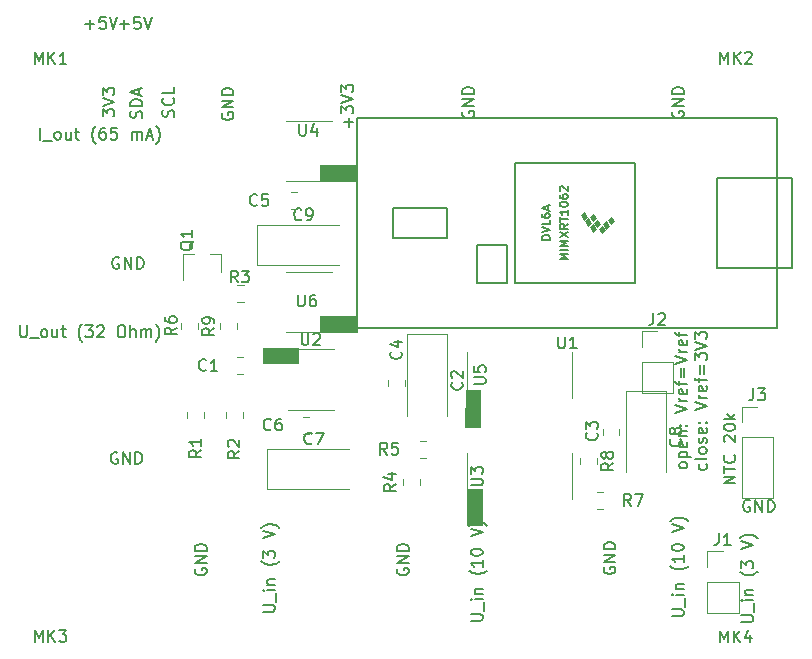
<source format=gto>
G04 #@! TF.GenerationSoftware,KiCad,Pcbnew,(5.1.4)-1*
G04 #@! TF.CreationDate,2022-07-05T11:37:49+02:00*
G04 #@! TF.ProjectId,InterferometerControl,496e7465-7266-4657-926f-6d6574657243,rev?*
G04 #@! TF.SameCoordinates,Original*
G04 #@! TF.FileFunction,Legend,Top*
G04 #@! TF.FilePolarity,Positive*
%FSLAX46Y46*%
G04 Gerber Fmt 4.6, Leading zero omitted, Abs format (unit mm)*
G04 Created by KiCad (PCBNEW (5.1.4)-1) date 2022-07-05 11:37:49*
%MOMM*%
%LPD*%
G04 APERTURE LIST*
%ADD10C,0.150000*%
%ADD11C,0.100000*%
%ADD12C,0.120000*%
G04 APERTURE END LIST*
D10*
X261465720Y-133590601D02*
X260465720Y-133590601D01*
X261465720Y-133019173D01*
X260465720Y-133019173D01*
X260465720Y-132685840D02*
X260465720Y-132114411D01*
X261465720Y-132400125D02*
X260465720Y-132400125D01*
X261370482Y-131209649D02*
X261418101Y-131257268D01*
X261465720Y-131400125D01*
X261465720Y-131495363D01*
X261418101Y-131638220D01*
X261322863Y-131733459D01*
X261227625Y-131781078D01*
X261037149Y-131828697D01*
X260894292Y-131828697D01*
X260703816Y-131781078D01*
X260608578Y-131733459D01*
X260513340Y-131638220D01*
X260465720Y-131495363D01*
X260465720Y-131400125D01*
X260513340Y-131257268D01*
X260560959Y-131209649D01*
X260560959Y-130066792D02*
X260513340Y-130019173D01*
X260465720Y-129923935D01*
X260465720Y-129685840D01*
X260513340Y-129590601D01*
X260560959Y-129542982D01*
X260656197Y-129495363D01*
X260751435Y-129495363D01*
X260894292Y-129542982D01*
X261465720Y-130114411D01*
X261465720Y-129495363D01*
X260465720Y-128876316D02*
X260465720Y-128781078D01*
X260513340Y-128685840D01*
X260560959Y-128638220D01*
X260656197Y-128590601D01*
X260846673Y-128542982D01*
X261084768Y-128542982D01*
X261275244Y-128590601D01*
X261370482Y-128638220D01*
X261418101Y-128685840D01*
X261465720Y-128781078D01*
X261465720Y-128876316D01*
X261418101Y-128971554D01*
X261370482Y-129019173D01*
X261275244Y-129066792D01*
X261084768Y-129114411D01*
X260846673Y-129114411D01*
X260656197Y-129066792D01*
X260560959Y-129019173D01*
X260513340Y-128971554D01*
X260465720Y-128876316D01*
X261465720Y-128114411D02*
X260465720Y-128114411D01*
X261084768Y-128019173D02*
X261465720Y-127733459D01*
X260799054Y-127733459D02*
X261180006Y-128114411D01*
X262694915Y-135027080D02*
X262599677Y-134979460D01*
X262456820Y-134979460D01*
X262313962Y-135027080D01*
X262218724Y-135122318D01*
X262171105Y-135217556D01*
X262123486Y-135408032D01*
X262123486Y-135550889D01*
X262171105Y-135741365D01*
X262218724Y-135836603D01*
X262313962Y-135931841D01*
X262456820Y-135979460D01*
X262552058Y-135979460D01*
X262694915Y-135931841D01*
X262742534Y-135884222D01*
X262742534Y-135550889D01*
X262552058Y-135550889D01*
X263171105Y-135979460D02*
X263171105Y-134979460D01*
X263742534Y-135979460D01*
X263742534Y-134979460D01*
X264218724Y-135979460D02*
X264218724Y-134979460D01*
X264456820Y-134979460D01*
X264599677Y-135027080D01*
X264694915Y-135122318D01*
X264742534Y-135217556D01*
X264790153Y-135408032D01*
X264790153Y-135550889D01*
X264742534Y-135741365D01*
X264694915Y-135836603D01*
X264599677Y-135931841D01*
X264456820Y-135979460D01*
X264218724Y-135979460D01*
X207900420Y-102515815D02*
X207900420Y-101896767D01*
X208281373Y-102230100D01*
X208281373Y-102087243D01*
X208328992Y-101992005D01*
X208376611Y-101944386D01*
X208471849Y-101896767D01*
X208709944Y-101896767D01*
X208805182Y-101944386D01*
X208852801Y-101992005D01*
X208900420Y-102087243D01*
X208900420Y-102372958D01*
X208852801Y-102468196D01*
X208805182Y-102515815D01*
X207900420Y-101611053D02*
X208900420Y-101277720D01*
X207900420Y-100944386D01*
X207900420Y-100706291D02*
X207900420Y-100087243D01*
X208281373Y-100420577D01*
X208281373Y-100277720D01*
X208328992Y-100182481D01*
X208376611Y-100134862D01*
X208471849Y-100087243D01*
X208709944Y-100087243D01*
X208805182Y-100134862D01*
X208852801Y-100182481D01*
X208900420Y-100277720D01*
X208900420Y-100563434D01*
X208852801Y-100658672D01*
X208805182Y-100706291D01*
X206433345Y-94707048D02*
X207195250Y-94707048D01*
X206814298Y-95088000D02*
X206814298Y-94326096D01*
X208147631Y-94088000D02*
X207671440Y-94088000D01*
X207623821Y-94564191D01*
X207671440Y-94516572D01*
X207766679Y-94468953D01*
X208004774Y-94468953D01*
X208100012Y-94516572D01*
X208147631Y-94564191D01*
X208195250Y-94659429D01*
X208195250Y-94897524D01*
X208147631Y-94992762D01*
X208100012Y-95040381D01*
X208004774Y-95088000D01*
X207766679Y-95088000D01*
X207671440Y-95040381D01*
X207623821Y-94992762D01*
X208480964Y-94088000D02*
X208814298Y-95088000D01*
X209147631Y-94088000D01*
X209349265Y-94729908D02*
X210111170Y-94729908D01*
X209730218Y-95110860D02*
X209730218Y-94348956D01*
X211063551Y-94110860D02*
X210587360Y-94110860D01*
X210539741Y-94587051D01*
X210587360Y-94539432D01*
X210682599Y-94491813D01*
X210920694Y-94491813D01*
X211015932Y-94539432D01*
X211063551Y-94587051D01*
X211111170Y-94682289D01*
X211111170Y-94920384D01*
X211063551Y-95015622D01*
X211015932Y-95063241D01*
X210920694Y-95110860D01*
X210682599Y-95110860D01*
X210587360Y-95063241D01*
X210539741Y-95015622D01*
X211396884Y-94110860D02*
X211730218Y-95110860D01*
X212063551Y-94110860D01*
X228725168Y-103400304D02*
X228725168Y-102638400D01*
X229106120Y-103019352D02*
X228344216Y-103019352D01*
X228106120Y-102257447D02*
X228106120Y-101638400D01*
X228487073Y-101971733D01*
X228487073Y-101828876D01*
X228534692Y-101733638D01*
X228582311Y-101686019D01*
X228677549Y-101638400D01*
X228915644Y-101638400D01*
X229010882Y-101686019D01*
X229058501Y-101733638D01*
X229106120Y-101828876D01*
X229106120Y-102114590D01*
X229058501Y-102209828D01*
X229010882Y-102257447D01*
X228106120Y-101352685D02*
X229106120Y-101019352D01*
X228106120Y-100686019D01*
X228106120Y-100447923D02*
X228106120Y-99828876D01*
X228487073Y-100162209D01*
X228487073Y-100019352D01*
X228534692Y-99924114D01*
X228582311Y-99876495D01*
X228677549Y-99828876D01*
X228915644Y-99828876D01*
X229010882Y-99876495D01*
X229058501Y-99924114D01*
X229106120Y-100019352D01*
X229106120Y-100305066D01*
X229058501Y-100400304D01*
X229010882Y-100447923D01*
X256159780Y-102120904D02*
X256112160Y-102216142D01*
X256112160Y-102359000D01*
X256159780Y-102501857D01*
X256255018Y-102597095D01*
X256350256Y-102644714D01*
X256540732Y-102692333D01*
X256683589Y-102692333D01*
X256874065Y-102644714D01*
X256969303Y-102597095D01*
X257064541Y-102501857D01*
X257112160Y-102359000D01*
X257112160Y-102263761D01*
X257064541Y-102120904D01*
X257016922Y-102073285D01*
X256683589Y-102073285D01*
X256683589Y-102263761D01*
X257112160Y-101644714D02*
X256112160Y-101644714D01*
X257112160Y-101073285D01*
X256112160Y-101073285D01*
X257112160Y-100597095D02*
X256112160Y-100597095D01*
X256112160Y-100359000D01*
X256159780Y-100216142D01*
X256255018Y-100120904D01*
X256350256Y-100073285D01*
X256540732Y-100025666D01*
X256683589Y-100025666D01*
X256874065Y-100073285D01*
X256969303Y-100120904D01*
X257064541Y-100216142D01*
X257112160Y-100359000D01*
X257112160Y-100597095D01*
X238395020Y-102120904D02*
X238347400Y-102216142D01*
X238347400Y-102359000D01*
X238395020Y-102501857D01*
X238490258Y-102597095D01*
X238585496Y-102644714D01*
X238775972Y-102692333D01*
X238918829Y-102692333D01*
X239109305Y-102644714D01*
X239204543Y-102597095D01*
X239299781Y-102501857D01*
X239347400Y-102359000D01*
X239347400Y-102263761D01*
X239299781Y-102120904D01*
X239252162Y-102073285D01*
X238918829Y-102073285D01*
X238918829Y-102263761D01*
X239347400Y-101644714D02*
X238347400Y-101644714D01*
X239347400Y-101073285D01*
X238347400Y-101073285D01*
X239347400Y-100597095D02*
X238347400Y-100597095D01*
X238347400Y-100359000D01*
X238395020Y-100216142D01*
X238490258Y-100120904D01*
X238585496Y-100073285D01*
X238775972Y-100025666D01*
X238918829Y-100025666D01*
X239109305Y-100073285D01*
X239204543Y-100120904D01*
X239299781Y-100216142D01*
X239347400Y-100359000D01*
X239347400Y-100597095D01*
X218019140Y-102227584D02*
X217971520Y-102322822D01*
X217971520Y-102465680D01*
X218019140Y-102608537D01*
X218114378Y-102703775D01*
X218209616Y-102751394D01*
X218400092Y-102799013D01*
X218542949Y-102799013D01*
X218733425Y-102751394D01*
X218828663Y-102703775D01*
X218923901Y-102608537D01*
X218971520Y-102465680D01*
X218971520Y-102370441D01*
X218923901Y-102227584D01*
X218876282Y-102179965D01*
X218542949Y-102179965D01*
X218542949Y-102370441D01*
X218971520Y-101751394D02*
X217971520Y-101751394D01*
X218971520Y-101179965D01*
X217971520Y-101179965D01*
X218971520Y-100703775D02*
X217971520Y-100703775D01*
X217971520Y-100465680D01*
X218019140Y-100322822D01*
X218114378Y-100227584D01*
X218209616Y-100179965D01*
X218400092Y-100132346D01*
X218542949Y-100132346D01*
X218733425Y-100179965D01*
X218828663Y-100227584D01*
X218923901Y-100322822D01*
X218971520Y-100465680D01*
X218971520Y-100703775D01*
X213899781Y-102541856D02*
X213947400Y-102398999D01*
X213947400Y-102160903D01*
X213899781Y-102065665D01*
X213852162Y-102018046D01*
X213756924Y-101970427D01*
X213661686Y-101970427D01*
X213566448Y-102018046D01*
X213518829Y-102065665D01*
X213471210Y-102160903D01*
X213423591Y-102351380D01*
X213375972Y-102446618D01*
X213328353Y-102494237D01*
X213233115Y-102541856D01*
X213137877Y-102541856D01*
X213042639Y-102494237D01*
X212995020Y-102446618D01*
X212947400Y-102351380D01*
X212947400Y-102113284D01*
X212995020Y-101970427D01*
X213852162Y-100970427D02*
X213899781Y-101018046D01*
X213947400Y-101160903D01*
X213947400Y-101256141D01*
X213899781Y-101398999D01*
X213804543Y-101494237D01*
X213709305Y-101541856D01*
X213518829Y-101589475D01*
X213375972Y-101589475D01*
X213185496Y-101541856D01*
X213090258Y-101494237D01*
X212995020Y-101398999D01*
X212947400Y-101256141D01*
X212947400Y-101160903D01*
X212995020Y-101018046D01*
X213042639Y-100970427D01*
X213947400Y-100065665D02*
X213947400Y-100541856D01*
X212947400Y-100541856D01*
X211192141Y-102639325D02*
X211239760Y-102496468D01*
X211239760Y-102258373D01*
X211192141Y-102163135D01*
X211144522Y-102115516D01*
X211049284Y-102067897D01*
X210954046Y-102067897D01*
X210858808Y-102115516D01*
X210811189Y-102163135D01*
X210763570Y-102258373D01*
X210715951Y-102448849D01*
X210668332Y-102544087D01*
X210620713Y-102591706D01*
X210525475Y-102639325D01*
X210430237Y-102639325D01*
X210334999Y-102591706D01*
X210287380Y-102544087D01*
X210239760Y-102448849D01*
X210239760Y-102210754D01*
X210287380Y-102067897D01*
X211239760Y-101639325D02*
X210239760Y-101639325D01*
X210239760Y-101401230D01*
X210287380Y-101258373D01*
X210382618Y-101163135D01*
X210477856Y-101115516D01*
X210668332Y-101067897D01*
X210811189Y-101067897D01*
X211001665Y-101115516D01*
X211096903Y-101163135D01*
X211192141Y-101258373D01*
X211239760Y-101401230D01*
X211239760Y-101639325D01*
X210954046Y-100686944D02*
X210954046Y-100210754D01*
X211239760Y-100782182D02*
X210239760Y-100448849D01*
X211239760Y-100115516D01*
X250358420Y-140680644D02*
X250310800Y-140775882D01*
X250310800Y-140918740D01*
X250358420Y-141061597D01*
X250453658Y-141156835D01*
X250548896Y-141204454D01*
X250739372Y-141252073D01*
X250882229Y-141252073D01*
X251072705Y-141204454D01*
X251167943Y-141156835D01*
X251263181Y-141061597D01*
X251310800Y-140918740D01*
X251310800Y-140823501D01*
X251263181Y-140680644D01*
X251215562Y-140633025D01*
X250882229Y-140633025D01*
X250882229Y-140823501D01*
X251310800Y-140204454D02*
X250310800Y-140204454D01*
X251310800Y-139633025D01*
X250310800Y-139633025D01*
X251310800Y-139156835D02*
X250310800Y-139156835D01*
X250310800Y-138918740D01*
X250358420Y-138775882D01*
X250453658Y-138680644D01*
X250548896Y-138633025D01*
X250739372Y-138585406D01*
X250882229Y-138585406D01*
X251072705Y-138633025D01*
X251167943Y-138680644D01*
X251263181Y-138775882D01*
X251310800Y-138918740D01*
X251310800Y-139156835D01*
X232857820Y-140810184D02*
X232810200Y-140905422D01*
X232810200Y-141048280D01*
X232857820Y-141191137D01*
X232953058Y-141286375D01*
X233048296Y-141333994D01*
X233238772Y-141381613D01*
X233381629Y-141381613D01*
X233572105Y-141333994D01*
X233667343Y-141286375D01*
X233762581Y-141191137D01*
X233810200Y-141048280D01*
X233810200Y-140953041D01*
X233762581Y-140810184D01*
X233714962Y-140762565D01*
X233381629Y-140762565D01*
X233381629Y-140953041D01*
X233810200Y-140333994D02*
X232810200Y-140333994D01*
X233810200Y-139762565D01*
X232810200Y-139762565D01*
X233810200Y-139286375D02*
X232810200Y-139286375D01*
X232810200Y-139048280D01*
X232857820Y-138905422D01*
X232953058Y-138810184D01*
X233048296Y-138762565D01*
X233238772Y-138714946D01*
X233381629Y-138714946D01*
X233572105Y-138762565D01*
X233667343Y-138810184D01*
X233762581Y-138905422D01*
X233810200Y-139048280D01*
X233810200Y-139286375D01*
X215748380Y-140810184D02*
X215700760Y-140905422D01*
X215700760Y-141048280D01*
X215748380Y-141191137D01*
X215843618Y-141286375D01*
X215938856Y-141333994D01*
X216129332Y-141381613D01*
X216272189Y-141381613D01*
X216462665Y-141333994D01*
X216557903Y-141286375D01*
X216653141Y-141191137D01*
X216700760Y-141048280D01*
X216700760Y-140953041D01*
X216653141Y-140810184D01*
X216605522Y-140762565D01*
X216272189Y-140762565D01*
X216272189Y-140953041D01*
X216700760Y-140333994D02*
X215700760Y-140333994D01*
X216700760Y-139762565D01*
X215700760Y-139762565D01*
X216700760Y-139286375D02*
X215700760Y-139286375D01*
X215700760Y-139048280D01*
X215748380Y-138905422D01*
X215843618Y-138810184D01*
X215938856Y-138762565D01*
X216129332Y-138714946D01*
X216272189Y-138714946D01*
X216462665Y-138762565D01*
X216557903Y-138810184D01*
X216653141Y-138905422D01*
X216700760Y-139048280D01*
X216700760Y-139286375D01*
X209273635Y-114481020D02*
X209178397Y-114433400D01*
X209035540Y-114433400D01*
X208892682Y-114481020D01*
X208797444Y-114576258D01*
X208749825Y-114671496D01*
X208702206Y-114861972D01*
X208702206Y-115004829D01*
X208749825Y-115195305D01*
X208797444Y-115290543D01*
X208892682Y-115385781D01*
X209035540Y-115433400D01*
X209130778Y-115433400D01*
X209273635Y-115385781D01*
X209321254Y-115338162D01*
X209321254Y-115004829D01*
X209130778Y-115004829D01*
X209749825Y-115433400D02*
X209749825Y-114433400D01*
X210321254Y-115433400D01*
X210321254Y-114433400D01*
X210797444Y-115433400D02*
X210797444Y-114433400D01*
X211035540Y-114433400D01*
X211178397Y-114481020D01*
X211273635Y-114576258D01*
X211321254Y-114671496D01*
X211368873Y-114861972D01*
X211368873Y-115004829D01*
X211321254Y-115195305D01*
X211273635Y-115290543D01*
X211178397Y-115385781D01*
X211035540Y-115433400D01*
X210797444Y-115433400D01*
X209151715Y-130983400D02*
X209056477Y-130935780D01*
X208913620Y-130935780D01*
X208770762Y-130983400D01*
X208675524Y-131078638D01*
X208627905Y-131173876D01*
X208580286Y-131364352D01*
X208580286Y-131507209D01*
X208627905Y-131697685D01*
X208675524Y-131792923D01*
X208770762Y-131888161D01*
X208913620Y-131935780D01*
X209008858Y-131935780D01*
X209151715Y-131888161D01*
X209199334Y-131840542D01*
X209199334Y-131507209D01*
X209008858Y-131507209D01*
X209627905Y-131935780D02*
X209627905Y-130935780D01*
X210199334Y-131935780D01*
X210199334Y-130935780D01*
X210675524Y-131935780D02*
X210675524Y-130935780D01*
X210913620Y-130935780D01*
X211056477Y-130983400D01*
X211151715Y-131078638D01*
X211199334Y-131173876D01*
X211246953Y-131364352D01*
X211246953Y-131507209D01*
X211199334Y-131697685D01*
X211151715Y-131792923D01*
X211056477Y-131888161D01*
X210913620Y-131935780D01*
X210675524Y-131935780D01*
X261979560Y-145311016D02*
X262789084Y-145311016D01*
X262884322Y-145263397D01*
X262931941Y-145215778D01*
X262979560Y-145120540D01*
X262979560Y-144930063D01*
X262931941Y-144834825D01*
X262884322Y-144787206D01*
X262789084Y-144739587D01*
X261979560Y-144739587D01*
X263074799Y-144501492D02*
X263074799Y-143739587D01*
X262979560Y-143501492D02*
X262312894Y-143501492D01*
X261979560Y-143501492D02*
X262027180Y-143549111D01*
X262074799Y-143501492D01*
X262027180Y-143453873D01*
X261979560Y-143501492D01*
X262074799Y-143501492D01*
X262312894Y-143025301D02*
X262979560Y-143025301D01*
X262408132Y-143025301D02*
X262360513Y-142977682D01*
X262312894Y-142882444D01*
X262312894Y-142739587D01*
X262360513Y-142644349D01*
X262455751Y-142596730D01*
X262979560Y-142596730D01*
X263360513Y-141072920D02*
X263312894Y-141120540D01*
X263170037Y-141215778D01*
X263074799Y-141263397D01*
X262931941Y-141311016D01*
X262693846Y-141358635D01*
X262503370Y-141358635D01*
X262265275Y-141311016D01*
X262122418Y-141263397D01*
X262027180Y-141215778D01*
X261884322Y-141120540D01*
X261836703Y-141072920D01*
X261979560Y-140787206D02*
X261979560Y-140168159D01*
X262360513Y-140501492D01*
X262360513Y-140358635D01*
X262408132Y-140263397D01*
X262455751Y-140215778D01*
X262550989Y-140168159D01*
X262789084Y-140168159D01*
X262884322Y-140215778D01*
X262931941Y-140263397D01*
X262979560Y-140358635D01*
X262979560Y-140644349D01*
X262931941Y-140739587D01*
X262884322Y-140787206D01*
X261979560Y-139120540D02*
X262979560Y-138787206D01*
X261979560Y-138453873D01*
X263360513Y-138215778D02*
X263312894Y-138168159D01*
X263170037Y-138072920D01*
X263074799Y-138025301D01*
X262931941Y-137977682D01*
X262693846Y-137930063D01*
X262503370Y-137930063D01*
X262265275Y-137977682D01*
X262122418Y-138025301D01*
X262027180Y-138072920D01*
X261884322Y-138168159D01*
X261836703Y-138215778D01*
X221476720Y-144434716D02*
X222286244Y-144434716D01*
X222381482Y-144387097D01*
X222429101Y-144339478D01*
X222476720Y-144244240D01*
X222476720Y-144053763D01*
X222429101Y-143958525D01*
X222381482Y-143910906D01*
X222286244Y-143863287D01*
X221476720Y-143863287D01*
X222571959Y-143625192D02*
X222571959Y-142863287D01*
X222476720Y-142625192D02*
X221810054Y-142625192D01*
X221476720Y-142625192D02*
X221524340Y-142672811D01*
X221571959Y-142625192D01*
X221524340Y-142577573D01*
X221476720Y-142625192D01*
X221571959Y-142625192D01*
X221810054Y-142149001D02*
X222476720Y-142149001D01*
X221905292Y-142149001D02*
X221857673Y-142101382D01*
X221810054Y-142006144D01*
X221810054Y-141863287D01*
X221857673Y-141768049D01*
X221952911Y-141720430D01*
X222476720Y-141720430D01*
X222857673Y-140196620D02*
X222810054Y-140244240D01*
X222667197Y-140339478D01*
X222571959Y-140387097D01*
X222429101Y-140434716D01*
X222191006Y-140482335D01*
X222000530Y-140482335D01*
X221762435Y-140434716D01*
X221619578Y-140387097D01*
X221524340Y-140339478D01*
X221381482Y-140244240D01*
X221333863Y-140196620D01*
X221476720Y-139910906D02*
X221476720Y-139291859D01*
X221857673Y-139625192D01*
X221857673Y-139482335D01*
X221905292Y-139387097D01*
X221952911Y-139339478D01*
X222048149Y-139291859D01*
X222286244Y-139291859D01*
X222381482Y-139339478D01*
X222429101Y-139387097D01*
X222476720Y-139482335D01*
X222476720Y-139768049D01*
X222429101Y-139863287D01*
X222381482Y-139910906D01*
X221476720Y-138244240D02*
X222476720Y-137910906D01*
X221476720Y-137577573D01*
X222857673Y-137339478D02*
X222810054Y-137291859D01*
X222667197Y-137196620D01*
X222571959Y-137149001D01*
X222429101Y-137101382D01*
X222191006Y-137053763D01*
X222000530Y-137053763D01*
X221762435Y-137101382D01*
X221619578Y-137149001D01*
X221524340Y-137196620D01*
X221381482Y-137291859D01*
X221333863Y-137339478D01*
X239063680Y-145215706D02*
X239873204Y-145215706D01*
X239968442Y-145168087D01*
X240016061Y-145120468D01*
X240063680Y-145025230D01*
X240063680Y-144834754D01*
X240016061Y-144739516D01*
X239968442Y-144691897D01*
X239873204Y-144644278D01*
X239063680Y-144644278D01*
X240158919Y-144406182D02*
X240158919Y-143644278D01*
X240063680Y-143406182D02*
X239397014Y-143406182D01*
X239063680Y-143406182D02*
X239111300Y-143453801D01*
X239158919Y-143406182D01*
X239111300Y-143358563D01*
X239063680Y-143406182D01*
X239158919Y-143406182D01*
X239397014Y-142929992D02*
X240063680Y-142929992D01*
X239492252Y-142929992D02*
X239444633Y-142882373D01*
X239397014Y-142787135D01*
X239397014Y-142644278D01*
X239444633Y-142549040D01*
X239539871Y-142501420D01*
X240063680Y-142501420D01*
X240444633Y-140977611D02*
X240397014Y-141025230D01*
X240254157Y-141120468D01*
X240158919Y-141168087D01*
X240016061Y-141215706D01*
X239777966Y-141263325D01*
X239587490Y-141263325D01*
X239349395Y-141215706D01*
X239206538Y-141168087D01*
X239111300Y-141120468D01*
X238968442Y-141025230D01*
X238920823Y-140977611D01*
X240063680Y-140072849D02*
X240063680Y-140644278D01*
X240063680Y-140358563D02*
X239063680Y-140358563D01*
X239206538Y-140453801D01*
X239301776Y-140549040D01*
X239349395Y-140644278D01*
X239063680Y-139453801D02*
X239063680Y-139358563D01*
X239111300Y-139263325D01*
X239158919Y-139215706D01*
X239254157Y-139168087D01*
X239444633Y-139120468D01*
X239682728Y-139120468D01*
X239873204Y-139168087D01*
X239968442Y-139215706D01*
X240016061Y-139263325D01*
X240063680Y-139358563D01*
X240063680Y-139453801D01*
X240016061Y-139549040D01*
X239968442Y-139596659D01*
X239873204Y-139644278D01*
X239682728Y-139691897D01*
X239444633Y-139691897D01*
X239254157Y-139644278D01*
X239158919Y-139596659D01*
X239111300Y-139549040D01*
X239063680Y-139453801D01*
X239063680Y-138072849D02*
X240063680Y-137739516D01*
X239063680Y-137406182D01*
X240444633Y-137168087D02*
X240397014Y-137120468D01*
X240254157Y-137025230D01*
X240158919Y-136977611D01*
X240016061Y-136929992D01*
X239777966Y-136882373D01*
X239587490Y-136882373D01*
X239349395Y-136929992D01*
X239206538Y-136977611D01*
X239111300Y-137025230D01*
X238968442Y-137120468D01*
X238920823Y-137168087D01*
X256086760Y-144824546D02*
X256896284Y-144824546D01*
X256991522Y-144776927D01*
X257039141Y-144729308D01*
X257086760Y-144634070D01*
X257086760Y-144443594D01*
X257039141Y-144348356D01*
X256991522Y-144300737D01*
X256896284Y-144253118D01*
X256086760Y-144253118D01*
X257181999Y-144015022D02*
X257181999Y-143253118D01*
X257086760Y-143015022D02*
X256420094Y-143015022D01*
X256086760Y-143015022D02*
X256134380Y-143062641D01*
X256181999Y-143015022D01*
X256134380Y-142967403D01*
X256086760Y-143015022D01*
X256181999Y-143015022D01*
X256420094Y-142538832D02*
X257086760Y-142538832D01*
X256515332Y-142538832D02*
X256467713Y-142491213D01*
X256420094Y-142395975D01*
X256420094Y-142253118D01*
X256467713Y-142157880D01*
X256562951Y-142110260D01*
X257086760Y-142110260D01*
X257467713Y-140586451D02*
X257420094Y-140634070D01*
X257277237Y-140729308D01*
X257181999Y-140776927D01*
X257039141Y-140824546D01*
X256801046Y-140872165D01*
X256610570Y-140872165D01*
X256372475Y-140824546D01*
X256229618Y-140776927D01*
X256134380Y-140729308D01*
X255991522Y-140634070D01*
X255943903Y-140586451D01*
X257086760Y-139681689D02*
X257086760Y-140253118D01*
X257086760Y-139967403D02*
X256086760Y-139967403D01*
X256229618Y-140062641D01*
X256324856Y-140157880D01*
X256372475Y-140253118D01*
X256086760Y-139062641D02*
X256086760Y-138967403D01*
X256134380Y-138872165D01*
X256181999Y-138824546D01*
X256277237Y-138776927D01*
X256467713Y-138729308D01*
X256705808Y-138729308D01*
X256896284Y-138776927D01*
X256991522Y-138824546D01*
X257039141Y-138872165D01*
X257086760Y-138967403D01*
X257086760Y-139062641D01*
X257039141Y-139157880D01*
X256991522Y-139205499D01*
X256896284Y-139253118D01*
X256705808Y-139300737D01*
X256467713Y-139300737D01*
X256277237Y-139253118D01*
X256181999Y-139205499D01*
X256134380Y-139157880D01*
X256086760Y-139062641D01*
X256086760Y-137681689D02*
X257086760Y-137348356D01*
X256086760Y-137015022D01*
X257467713Y-136776927D02*
X257420094Y-136729308D01*
X257277237Y-136634070D01*
X257181999Y-136586451D01*
X257039141Y-136538832D01*
X256801046Y-136491213D01*
X256610570Y-136491213D01*
X256372475Y-136538832D01*
X256229618Y-136586451D01*
X256134380Y-136634070D01*
X255991522Y-136729308D01*
X255943903Y-136776927D01*
X200921167Y-120214440D02*
X200921167Y-121023964D01*
X200968786Y-121119202D01*
X201016405Y-121166821D01*
X201111643Y-121214440D01*
X201302120Y-121214440D01*
X201397358Y-121166821D01*
X201444977Y-121119202D01*
X201492596Y-121023964D01*
X201492596Y-120214440D01*
X201730691Y-121309679D02*
X202492596Y-121309679D01*
X202873548Y-121214440D02*
X202778310Y-121166821D01*
X202730691Y-121119202D01*
X202683072Y-121023964D01*
X202683072Y-120738250D01*
X202730691Y-120643012D01*
X202778310Y-120595393D01*
X202873548Y-120547774D01*
X203016405Y-120547774D01*
X203111643Y-120595393D01*
X203159262Y-120643012D01*
X203206881Y-120738250D01*
X203206881Y-121023964D01*
X203159262Y-121119202D01*
X203111643Y-121166821D01*
X203016405Y-121214440D01*
X202873548Y-121214440D01*
X204064024Y-120547774D02*
X204064024Y-121214440D01*
X203635453Y-120547774D02*
X203635453Y-121071583D01*
X203683072Y-121166821D01*
X203778310Y-121214440D01*
X203921167Y-121214440D01*
X204016405Y-121166821D01*
X204064024Y-121119202D01*
X204397358Y-120547774D02*
X204778310Y-120547774D01*
X204540215Y-120214440D02*
X204540215Y-121071583D01*
X204587834Y-121166821D01*
X204683072Y-121214440D01*
X204778310Y-121214440D01*
X206159262Y-121595393D02*
X206111643Y-121547774D01*
X206016405Y-121404917D01*
X205968786Y-121309679D01*
X205921167Y-121166821D01*
X205873548Y-120928726D01*
X205873548Y-120738250D01*
X205921167Y-120500155D01*
X205968786Y-120357298D01*
X206016405Y-120262060D01*
X206111643Y-120119202D01*
X206159262Y-120071583D01*
X206444977Y-120214440D02*
X207064024Y-120214440D01*
X206730691Y-120595393D01*
X206873548Y-120595393D01*
X206968786Y-120643012D01*
X207016405Y-120690631D01*
X207064024Y-120785869D01*
X207064024Y-121023964D01*
X207016405Y-121119202D01*
X206968786Y-121166821D01*
X206873548Y-121214440D01*
X206587834Y-121214440D01*
X206492596Y-121166821D01*
X206444977Y-121119202D01*
X207444977Y-120309679D02*
X207492596Y-120262060D01*
X207587834Y-120214440D01*
X207825929Y-120214440D01*
X207921167Y-120262060D01*
X207968786Y-120309679D01*
X208016405Y-120404917D01*
X208016405Y-120500155D01*
X207968786Y-120643012D01*
X207397358Y-121214440D01*
X208016405Y-121214440D01*
X209397358Y-120214440D02*
X209587834Y-120214440D01*
X209683072Y-120262060D01*
X209778310Y-120357298D01*
X209825929Y-120547774D01*
X209825929Y-120881107D01*
X209778310Y-121071583D01*
X209683072Y-121166821D01*
X209587834Y-121214440D01*
X209397358Y-121214440D01*
X209302120Y-121166821D01*
X209206881Y-121071583D01*
X209159262Y-120881107D01*
X209159262Y-120547774D01*
X209206881Y-120357298D01*
X209302120Y-120262060D01*
X209397358Y-120214440D01*
X210254500Y-121214440D02*
X210254500Y-120214440D01*
X210683072Y-121214440D02*
X210683072Y-120690631D01*
X210635453Y-120595393D01*
X210540215Y-120547774D01*
X210397358Y-120547774D01*
X210302120Y-120595393D01*
X210254500Y-120643012D01*
X211159262Y-121214440D02*
X211159262Y-120547774D01*
X211159262Y-120643012D02*
X211206881Y-120595393D01*
X211302120Y-120547774D01*
X211444977Y-120547774D01*
X211540215Y-120595393D01*
X211587834Y-120690631D01*
X211587834Y-121214440D01*
X211587834Y-120690631D02*
X211635453Y-120595393D01*
X211730691Y-120547774D01*
X211873548Y-120547774D01*
X211968786Y-120595393D01*
X212016405Y-120690631D01*
X212016405Y-121214440D01*
X212397358Y-121595393D02*
X212444977Y-121547774D01*
X212540215Y-121404917D01*
X212587834Y-121309679D01*
X212635453Y-121166821D01*
X212683072Y-120928726D01*
X212683072Y-120738250D01*
X212635453Y-120500155D01*
X212587834Y-120357298D01*
X212540215Y-120262060D01*
X212444977Y-120119202D01*
X212397358Y-120071583D01*
X202630800Y-104473300D02*
X202630800Y-103473300D01*
X202868896Y-104568539D02*
X203630800Y-104568539D01*
X204011753Y-104473300D02*
X203916515Y-104425681D01*
X203868896Y-104378062D01*
X203821277Y-104282824D01*
X203821277Y-103997110D01*
X203868896Y-103901872D01*
X203916515Y-103854253D01*
X204011753Y-103806634D01*
X204154610Y-103806634D01*
X204249848Y-103854253D01*
X204297467Y-103901872D01*
X204345086Y-103997110D01*
X204345086Y-104282824D01*
X204297467Y-104378062D01*
X204249848Y-104425681D01*
X204154610Y-104473300D01*
X204011753Y-104473300D01*
X205202229Y-103806634D02*
X205202229Y-104473300D01*
X204773658Y-103806634D02*
X204773658Y-104330443D01*
X204821277Y-104425681D01*
X204916515Y-104473300D01*
X205059372Y-104473300D01*
X205154610Y-104425681D01*
X205202229Y-104378062D01*
X205535562Y-103806634D02*
X205916515Y-103806634D01*
X205678420Y-103473300D02*
X205678420Y-104330443D01*
X205726039Y-104425681D01*
X205821277Y-104473300D01*
X205916515Y-104473300D01*
X207297467Y-104854253D02*
X207249848Y-104806634D01*
X207154610Y-104663777D01*
X207106991Y-104568539D01*
X207059372Y-104425681D01*
X207011753Y-104187586D01*
X207011753Y-103997110D01*
X207059372Y-103759015D01*
X207106991Y-103616158D01*
X207154610Y-103520920D01*
X207249848Y-103378062D01*
X207297467Y-103330443D01*
X208106991Y-103473300D02*
X207916515Y-103473300D01*
X207821277Y-103520920D01*
X207773658Y-103568539D01*
X207678420Y-103711396D01*
X207630800Y-103901872D01*
X207630800Y-104282824D01*
X207678420Y-104378062D01*
X207726039Y-104425681D01*
X207821277Y-104473300D01*
X208011753Y-104473300D01*
X208106991Y-104425681D01*
X208154610Y-104378062D01*
X208202229Y-104282824D01*
X208202229Y-104044729D01*
X208154610Y-103949491D01*
X208106991Y-103901872D01*
X208011753Y-103854253D01*
X207821277Y-103854253D01*
X207726039Y-103901872D01*
X207678420Y-103949491D01*
X207630800Y-104044729D01*
X209106991Y-103473300D02*
X208630800Y-103473300D01*
X208583181Y-103949491D01*
X208630800Y-103901872D01*
X208726039Y-103854253D01*
X208964134Y-103854253D01*
X209059372Y-103901872D01*
X209106991Y-103949491D01*
X209154610Y-104044729D01*
X209154610Y-104282824D01*
X209106991Y-104378062D01*
X209059372Y-104425681D01*
X208964134Y-104473300D01*
X208726039Y-104473300D01*
X208630800Y-104425681D01*
X208583181Y-104378062D01*
X210345086Y-104473300D02*
X210345086Y-103806634D01*
X210345086Y-103901872D02*
X210392705Y-103854253D01*
X210487943Y-103806634D01*
X210630800Y-103806634D01*
X210726039Y-103854253D01*
X210773658Y-103949491D01*
X210773658Y-104473300D01*
X210773658Y-103949491D02*
X210821277Y-103854253D01*
X210916515Y-103806634D01*
X211059372Y-103806634D01*
X211154610Y-103854253D01*
X211202229Y-103949491D01*
X211202229Y-104473300D01*
X211630800Y-104187586D02*
X212106991Y-104187586D01*
X211535562Y-104473300D02*
X211868896Y-103473300D01*
X212202229Y-104473300D01*
X212440324Y-104854253D02*
X212487943Y-104806634D01*
X212583181Y-104663777D01*
X212630800Y-104568539D01*
X212678420Y-104425681D01*
X212726039Y-104187586D01*
X212726039Y-103997110D01*
X212678420Y-103759015D01*
X212630800Y-103616158D01*
X212583181Y-103520920D01*
X212487943Y-103378062D01*
X212440324Y-103330443D01*
X257389520Y-132133899D02*
X257341901Y-132229137D01*
X257294282Y-132276756D01*
X257199044Y-132324375D01*
X256913330Y-132324375D01*
X256818092Y-132276756D01*
X256770473Y-132229137D01*
X256722854Y-132133899D01*
X256722854Y-131991041D01*
X256770473Y-131895803D01*
X256818092Y-131848184D01*
X256913330Y-131800565D01*
X257199044Y-131800565D01*
X257294282Y-131848184D01*
X257341901Y-131895803D01*
X257389520Y-131991041D01*
X257389520Y-132133899D01*
X256722854Y-131371994D02*
X257722854Y-131371994D01*
X256770473Y-131371994D02*
X256722854Y-131276756D01*
X256722854Y-131086280D01*
X256770473Y-130991041D01*
X256818092Y-130943422D01*
X256913330Y-130895803D01*
X257199044Y-130895803D01*
X257294282Y-130943422D01*
X257341901Y-130991041D01*
X257389520Y-131086280D01*
X257389520Y-131276756D01*
X257341901Y-131371994D01*
X257341901Y-130086280D02*
X257389520Y-130181518D01*
X257389520Y-130371994D01*
X257341901Y-130467232D01*
X257246663Y-130514851D01*
X256865711Y-130514851D01*
X256770473Y-130467232D01*
X256722854Y-130371994D01*
X256722854Y-130181518D01*
X256770473Y-130086280D01*
X256865711Y-130038660D01*
X256960949Y-130038660D01*
X257056187Y-130514851D01*
X256722854Y-129610089D02*
X257389520Y-129610089D01*
X256818092Y-129610089D02*
X256770473Y-129562470D01*
X256722854Y-129467232D01*
X256722854Y-129324375D01*
X256770473Y-129229137D01*
X256865711Y-129181518D01*
X257389520Y-129181518D01*
X257294282Y-128705327D02*
X257341901Y-128657708D01*
X257389520Y-128705327D01*
X257341901Y-128752946D01*
X257294282Y-128705327D01*
X257389520Y-128705327D01*
X256770473Y-128705327D02*
X256818092Y-128657708D01*
X256865711Y-128705327D01*
X256818092Y-128752946D01*
X256770473Y-128705327D01*
X256865711Y-128705327D01*
X256389520Y-127610089D02*
X257389520Y-127276756D01*
X256389520Y-126943422D01*
X257389520Y-126610089D02*
X256722854Y-126610089D01*
X256913330Y-126610089D02*
X256818092Y-126562470D01*
X256770473Y-126514851D01*
X256722854Y-126419613D01*
X256722854Y-126324375D01*
X257341901Y-125610089D02*
X257389520Y-125705327D01*
X257389520Y-125895803D01*
X257341901Y-125991041D01*
X257246663Y-126038660D01*
X256865711Y-126038660D01*
X256770473Y-125991041D01*
X256722854Y-125895803D01*
X256722854Y-125705327D01*
X256770473Y-125610089D01*
X256865711Y-125562470D01*
X256960949Y-125562470D01*
X257056187Y-126038660D01*
X256722854Y-125276756D02*
X256722854Y-124895803D01*
X257389520Y-125133899D02*
X256532378Y-125133899D01*
X256437140Y-125086280D01*
X256389520Y-124991041D01*
X256389520Y-124895803D01*
X256865711Y-124562470D02*
X256865711Y-123800565D01*
X257151425Y-123800565D02*
X257151425Y-124562470D01*
X256389520Y-123467232D02*
X257389520Y-123133899D01*
X256389520Y-122800565D01*
X257389520Y-122467232D02*
X256722854Y-122467232D01*
X256913330Y-122467232D02*
X256818092Y-122419613D01*
X256770473Y-122371994D01*
X256722854Y-122276756D01*
X256722854Y-122181518D01*
X257341901Y-121467232D02*
X257389520Y-121562470D01*
X257389520Y-121752946D01*
X257341901Y-121848184D01*
X257246663Y-121895803D01*
X256865711Y-121895803D01*
X256770473Y-121848184D01*
X256722854Y-121752946D01*
X256722854Y-121562470D01*
X256770473Y-121467232D01*
X256865711Y-121419613D01*
X256960949Y-121419613D01*
X257056187Y-121895803D01*
X256722854Y-121133899D02*
X256722854Y-120752946D01*
X257389520Y-120991041D02*
X256532378Y-120991041D01*
X256437140Y-120943422D01*
X256389520Y-120848184D01*
X256389520Y-120752946D01*
X258991901Y-131967232D02*
X259039520Y-132062470D01*
X259039520Y-132252946D01*
X258991901Y-132348184D01*
X258944282Y-132395803D01*
X258849044Y-132443422D01*
X258563330Y-132443422D01*
X258468092Y-132395803D01*
X258420473Y-132348184D01*
X258372854Y-132252946D01*
X258372854Y-132062470D01*
X258420473Y-131967232D01*
X259039520Y-131395803D02*
X258991901Y-131491041D01*
X258896663Y-131538660D01*
X258039520Y-131538660D01*
X259039520Y-130871994D02*
X258991901Y-130967232D01*
X258944282Y-131014851D01*
X258849044Y-131062470D01*
X258563330Y-131062470D01*
X258468092Y-131014851D01*
X258420473Y-130967232D01*
X258372854Y-130871994D01*
X258372854Y-130729137D01*
X258420473Y-130633899D01*
X258468092Y-130586280D01*
X258563330Y-130538660D01*
X258849044Y-130538660D01*
X258944282Y-130586280D01*
X258991901Y-130633899D01*
X259039520Y-130729137D01*
X259039520Y-130871994D01*
X258991901Y-130157708D02*
X259039520Y-130062470D01*
X259039520Y-129871994D01*
X258991901Y-129776756D01*
X258896663Y-129729137D01*
X258849044Y-129729137D01*
X258753806Y-129776756D01*
X258706187Y-129871994D01*
X258706187Y-130014851D01*
X258658568Y-130110089D01*
X258563330Y-130157708D01*
X258515711Y-130157708D01*
X258420473Y-130110089D01*
X258372854Y-130014851D01*
X258372854Y-129871994D01*
X258420473Y-129776756D01*
X258991901Y-128919613D02*
X259039520Y-129014851D01*
X259039520Y-129205327D01*
X258991901Y-129300565D01*
X258896663Y-129348184D01*
X258515711Y-129348184D01*
X258420473Y-129300565D01*
X258372854Y-129205327D01*
X258372854Y-129014851D01*
X258420473Y-128919613D01*
X258515711Y-128871994D01*
X258610949Y-128871994D01*
X258706187Y-129348184D01*
X258944282Y-128443422D02*
X258991901Y-128395803D01*
X259039520Y-128443422D01*
X258991901Y-128491041D01*
X258944282Y-128443422D01*
X259039520Y-128443422D01*
X258420473Y-128443422D02*
X258468092Y-128395803D01*
X258515711Y-128443422D01*
X258468092Y-128491041D01*
X258420473Y-128443422D01*
X258515711Y-128443422D01*
X258039520Y-127348184D02*
X259039520Y-127014851D01*
X258039520Y-126681518D01*
X259039520Y-126348184D02*
X258372854Y-126348184D01*
X258563330Y-126348184D02*
X258468092Y-126300565D01*
X258420473Y-126252946D01*
X258372854Y-126157708D01*
X258372854Y-126062470D01*
X258991901Y-125348184D02*
X259039520Y-125443422D01*
X259039520Y-125633899D01*
X258991901Y-125729137D01*
X258896663Y-125776756D01*
X258515711Y-125776756D01*
X258420473Y-125729137D01*
X258372854Y-125633899D01*
X258372854Y-125443422D01*
X258420473Y-125348184D01*
X258515711Y-125300565D01*
X258610949Y-125300565D01*
X258706187Y-125776756D01*
X258372854Y-125014851D02*
X258372854Y-124633899D01*
X259039520Y-124871994D02*
X258182378Y-124871994D01*
X258087140Y-124824375D01*
X258039520Y-124729137D01*
X258039520Y-124633899D01*
X258515711Y-124300565D02*
X258515711Y-123538660D01*
X258801425Y-123538660D02*
X258801425Y-124300565D01*
X258039520Y-123157708D02*
X258039520Y-122538660D01*
X258420473Y-122871994D01*
X258420473Y-122729137D01*
X258468092Y-122633899D01*
X258515711Y-122586280D01*
X258610949Y-122538660D01*
X258849044Y-122538660D01*
X258944282Y-122586280D01*
X258991901Y-122633899D01*
X259039520Y-122729137D01*
X259039520Y-123014851D01*
X258991901Y-123110089D01*
X258944282Y-123157708D01*
X258039520Y-122252946D02*
X259039520Y-121919613D01*
X258039520Y-121586280D01*
X258039520Y-121348184D02*
X258039520Y-120729137D01*
X258420473Y-121062470D01*
X258420473Y-120919613D01*
X258468092Y-120824375D01*
X258515711Y-120776756D01*
X258610949Y-120729137D01*
X258849044Y-120729137D01*
X258944282Y-120776756D01*
X258991901Y-120824375D01*
X259039520Y-120919613D01*
X259039520Y-121205327D01*
X258991901Y-121300565D01*
X258944282Y-121348184D01*
D11*
G36*
X229425900Y-107973160D02*
G01*
X226261060Y-107973160D01*
X226309320Y-106665060D01*
X229425900Y-106665060D01*
X229425900Y-107973160D01*
G37*
X229425900Y-107973160D02*
X226261060Y-107973160D01*
X226309320Y-106665060D01*
X229425900Y-106665060D01*
X229425900Y-107973160D01*
G36*
X229461460Y-120784920D02*
G01*
X226286460Y-120784920D01*
X226286460Y-119428560D01*
X229461460Y-119428560D01*
X229461460Y-120784920D01*
G37*
X229461460Y-120784920D02*
X226286460Y-120784920D01*
X226286460Y-119428560D01*
X229461460Y-119428560D01*
X229461460Y-120784920D01*
G36*
X224396700Y-123403660D02*
G01*
X221498560Y-123403660D01*
X221498560Y-122151440D01*
X224396700Y-122151440D01*
X224396700Y-123403660D01*
G37*
X224396700Y-123403660D02*
X221498560Y-123403660D01*
X221498560Y-122151440D01*
X224396700Y-122151440D01*
X224396700Y-123403660D01*
G36*
X239880540Y-128780840D02*
G01*
X238572440Y-128780840D01*
X238704520Y-125643940D01*
X239880540Y-125643940D01*
X239880540Y-128780840D01*
G37*
X239880540Y-128780840D02*
X238572440Y-128780840D01*
X238704520Y-125643940D01*
X239880540Y-125643940D01*
X239880540Y-128780840D01*
G36*
X239977060Y-137112040D02*
G01*
X238740080Y-137112040D01*
X238740080Y-134058960D01*
X239977060Y-134058960D01*
X239977060Y-137112040D01*
G37*
X239977060Y-137112040D02*
X238740080Y-137112040D01*
X238740080Y-134058960D01*
X239977060Y-134058960D01*
X239977060Y-137112040D01*
D12*
X225400000Y-115690000D02*
X223450000Y-115690000D01*
X225400000Y-115690000D02*
X227350000Y-115690000D01*
X225400000Y-120810000D02*
X223450000Y-120810000D01*
X225400000Y-120810000D02*
X228850000Y-120810000D01*
X219296748Y-122874000D02*
X219819252Y-122874000D01*
X219296748Y-124294000D02*
X219819252Y-124294000D01*
X251655000Y-128992748D02*
X251655000Y-129515252D01*
X250235000Y-128992748D02*
X250235000Y-129515252D01*
X232056000Y-124846748D02*
X232056000Y-125369252D01*
X233476000Y-124846748D02*
X233476000Y-125369252D01*
X223868748Y-110324000D02*
X224391252Y-110324000D01*
X223868748Y-108904000D02*
X224391252Y-108904000D01*
X224875748Y-127954000D02*
X225398252Y-127954000D01*
X224875748Y-129374000D02*
X225398252Y-129374000D01*
X217902000Y-114204000D02*
X216972000Y-114204000D01*
X214742000Y-114204000D02*
X215672000Y-114204000D01*
X214742000Y-114204000D02*
X214742000Y-116364000D01*
X217902000Y-114204000D02*
X217902000Y-115664000D01*
X216458000Y-128078252D02*
X216458000Y-127555748D01*
X215038000Y-128078252D02*
X215038000Y-127555748D01*
X219760000Y-127550748D02*
X219760000Y-128073252D01*
X218340000Y-127550748D02*
X218340000Y-128073252D01*
X219828252Y-118198000D02*
X219305748Y-118198000D01*
X219828252Y-116778000D02*
X219305748Y-116778000D01*
X233326000Y-133228748D02*
X233326000Y-133751252D01*
X234746000Y-133228748D02*
X234746000Y-133751252D01*
X235304252Y-131406000D02*
X234781748Y-131406000D01*
X235304252Y-129986000D02*
X234781748Y-129986000D01*
X214530000Y-120029748D02*
X214530000Y-120552252D01*
X215950000Y-120029748D02*
X215950000Y-120552252D01*
X249776748Y-134304000D02*
X250299252Y-134304000D01*
X249776748Y-135724000D02*
X250299252Y-135724000D01*
X248312000Y-131441748D02*
X248312000Y-131964252D01*
X249732000Y-131441748D02*
X249732000Y-131964252D01*
X217832000Y-120543252D02*
X217832000Y-120020748D01*
X219252000Y-120543252D02*
X219252000Y-120020748D01*
D10*
X265006000Y-107729000D02*
X266276000Y-107729000D01*
X266276000Y-107729000D02*
X266276000Y-115349000D01*
X266276000Y-115349000D02*
X265006000Y-115349000D01*
X259926000Y-107729000D02*
X259926000Y-115349000D01*
X259926000Y-115349000D02*
X265006000Y-115349000D01*
X259926000Y-107729000D02*
X265006000Y-107729000D01*
X232494000Y-112809000D02*
X232494000Y-110269000D01*
X232494000Y-110269000D02*
X237066000Y-110269000D01*
X237066000Y-110269000D02*
X237066000Y-112809000D01*
X237066000Y-112809000D02*
X232494000Y-112809000D01*
X242781000Y-106459000D02*
X242781000Y-116619000D01*
X252941000Y-116619000D02*
X252941000Y-106459000D01*
X242781000Y-116619000D02*
X252941000Y-116619000D01*
X242781000Y-106459000D02*
X252941000Y-106459000D01*
X265006000Y-120429000D02*
X229446000Y-120429000D01*
X229446000Y-120429000D02*
X229446000Y-102649000D01*
X229446000Y-102649000D02*
X265006000Y-102649000D01*
X265006000Y-102649000D02*
X265006000Y-120429000D01*
X242146000Y-116619000D02*
X239606000Y-116619000D01*
X239606000Y-116619000D02*
X239606000Y-113444000D01*
X239606000Y-113444000D02*
X242146000Y-113444000D01*
X242146000Y-113444000D02*
X242146000Y-116619000D01*
D11*
G36*
X250401000Y-112174000D02*
G01*
X250147000Y-112428000D01*
X249893000Y-112047000D01*
X250147000Y-111793000D01*
X250401000Y-112174000D01*
G37*
X250401000Y-112174000D02*
X250147000Y-112428000D01*
X249893000Y-112047000D01*
X250147000Y-111793000D01*
X250401000Y-112174000D01*
G36*
X250020000Y-111666000D02*
G01*
X249766000Y-111920000D01*
X249512000Y-111539000D01*
X249766000Y-111285000D01*
X250020000Y-111666000D01*
G37*
X250020000Y-111666000D02*
X249766000Y-111920000D01*
X249512000Y-111539000D01*
X249766000Y-111285000D01*
X250020000Y-111666000D01*
G36*
X249639000Y-111158000D02*
G01*
X249385000Y-111412000D01*
X249131000Y-111031000D01*
X249385000Y-110777000D01*
X249639000Y-111158000D01*
G37*
X249639000Y-111158000D02*
X249385000Y-111412000D01*
X249131000Y-111031000D01*
X249385000Y-110777000D01*
X249639000Y-111158000D01*
G36*
X249639000Y-112047000D02*
G01*
X249385000Y-112301000D01*
X249131000Y-111920000D01*
X249385000Y-111666000D01*
X249639000Y-112047000D01*
G37*
X249639000Y-112047000D02*
X249385000Y-112301000D01*
X249131000Y-111920000D01*
X249385000Y-111666000D01*
X249639000Y-112047000D01*
G36*
X249258000Y-111539000D02*
G01*
X249004000Y-111793000D01*
X248750000Y-111412000D01*
X249004000Y-111158000D01*
X249258000Y-111539000D01*
G37*
X249258000Y-111539000D02*
X249004000Y-111793000D01*
X248750000Y-111412000D01*
X249004000Y-111158000D01*
X249258000Y-111539000D01*
G36*
X248877000Y-111031000D02*
G01*
X248623000Y-111285000D01*
X248369000Y-110904000D01*
X248623000Y-110650000D01*
X248877000Y-111031000D01*
G37*
X248877000Y-111031000D02*
X248623000Y-111285000D01*
X248369000Y-110904000D01*
X248623000Y-110650000D01*
X248877000Y-111031000D01*
G36*
X250782000Y-111793000D02*
G01*
X250528000Y-112047000D01*
X250274000Y-111666000D01*
X250528000Y-111412000D01*
X250782000Y-111793000D01*
G37*
X250782000Y-111793000D02*
X250528000Y-112047000D01*
X250274000Y-111666000D01*
X250528000Y-111412000D01*
X250782000Y-111793000D01*
G36*
X251163000Y-111412000D02*
G01*
X250909000Y-111666000D01*
X250655000Y-111285000D01*
X250909000Y-111031000D01*
X251163000Y-111412000D01*
G37*
X251163000Y-111412000D02*
X250909000Y-111666000D01*
X250655000Y-111285000D01*
X250909000Y-111031000D01*
X251163000Y-111412000D01*
D12*
X238745000Y-132982000D02*
X238745000Y-136432000D01*
X238745000Y-132982000D02*
X238745000Y-131032000D01*
X247615000Y-132982000D02*
X247615000Y-134932000D01*
X247615000Y-132982000D02*
X247615000Y-131032000D01*
X225335000Y-102863000D02*
X223385000Y-102863000D01*
X225335000Y-102863000D02*
X227285000Y-102863000D01*
X225335000Y-107983000D02*
X223385000Y-107983000D01*
X225335000Y-107983000D02*
X228785000Y-107983000D01*
X247615000Y-124411000D02*
X247615000Y-122461000D01*
X247615000Y-124411000D02*
X247615000Y-126361000D01*
X238745000Y-124411000D02*
X238745000Y-122461000D01*
X238745000Y-124411000D02*
X238745000Y-127861000D01*
X259081000Y-144548000D02*
X261741000Y-144548000D01*
X259081000Y-141948000D02*
X259081000Y-144548000D01*
X261741000Y-141948000D02*
X261741000Y-144548000D01*
X259081000Y-141948000D02*
X261741000Y-141948000D01*
X259081000Y-140678000D02*
X259081000Y-139348000D01*
X259081000Y-139348000D02*
X260411000Y-139348000D01*
X253524000Y-125920000D02*
X256184000Y-125920000D01*
X253524000Y-123320000D02*
X253524000Y-125920000D01*
X256184000Y-123320000D02*
X256184000Y-125920000D01*
X253524000Y-123320000D02*
X256184000Y-123320000D01*
X253524000Y-122050000D02*
X253524000Y-120720000D01*
X253524000Y-120720000D02*
X254854000Y-120720000D01*
X227887000Y-111696000D02*
X220952000Y-111696000D01*
X220952000Y-111696000D02*
X220952000Y-115116000D01*
X220952000Y-115116000D02*
X227887000Y-115116000D01*
X237095000Y-127859000D02*
X237095000Y-120924000D01*
X237095000Y-120924000D02*
X233675000Y-120924000D01*
X233675000Y-120924000D02*
X233675000Y-127859000D01*
X228768000Y-130675000D02*
X221833000Y-130675000D01*
X221833000Y-130675000D02*
X221833000Y-134095000D01*
X221833000Y-134095000D02*
X228768000Y-134095000D01*
X255609000Y-132660000D02*
X255609000Y-125725000D01*
X255609000Y-125725000D02*
X252189000Y-125725000D01*
X252189000Y-125725000D02*
X252189000Y-132660000D01*
X261990000Y-134823000D02*
X264650000Y-134823000D01*
X261990000Y-129683000D02*
X261990000Y-134823000D01*
X264650000Y-129683000D02*
X264650000Y-134823000D01*
X261990000Y-129683000D02*
X264650000Y-129683000D01*
X261990000Y-128413000D02*
X261990000Y-127083000D01*
X261990000Y-127083000D02*
X263320000Y-127083000D01*
X225509000Y-127361000D02*
X227459000Y-127361000D01*
X225509000Y-127361000D02*
X223559000Y-127361000D01*
X225509000Y-122241000D02*
X227459000Y-122241000D01*
X225509000Y-122241000D02*
X222059000Y-122241000D01*
D10*
X224427275Y-117598240D02*
X224427275Y-118407764D01*
X224474894Y-118503002D01*
X224522513Y-118550621D01*
X224617751Y-118598240D01*
X224808227Y-118598240D01*
X224903465Y-118550621D01*
X224951084Y-118503002D01*
X224998703Y-118407764D01*
X224998703Y-117598240D01*
X225903465Y-117598240D02*
X225712989Y-117598240D01*
X225617751Y-117645860D01*
X225570132Y-117693479D01*
X225474894Y-117836336D01*
X225427275Y-118026812D01*
X225427275Y-118407764D01*
X225474894Y-118503002D01*
X225522513Y-118550621D01*
X225617751Y-118598240D01*
X225808227Y-118598240D01*
X225903465Y-118550621D01*
X225951084Y-118503002D01*
X225998703Y-118407764D01*
X225998703Y-118169669D01*
X225951084Y-118074431D01*
X225903465Y-118026812D01*
X225808227Y-117979193D01*
X225617751Y-117979193D01*
X225522513Y-118026812D01*
X225474894Y-118074431D01*
X225427275Y-118169669D01*
X260171176Y-147051320D02*
X260171176Y-146051320D01*
X260504509Y-146765606D01*
X260837842Y-146051320D01*
X260837842Y-147051320D01*
X261314033Y-147051320D02*
X261314033Y-146051320D01*
X261885461Y-147051320D02*
X261456890Y-146479892D01*
X261885461Y-146051320D02*
X261314033Y-146622749D01*
X262742604Y-146384654D02*
X262742604Y-147051320D01*
X262504509Y-146003701D02*
X262266414Y-146717987D01*
X262885461Y-146717987D01*
X202170276Y-146997980D02*
X202170276Y-145997980D01*
X202503609Y-146712266D01*
X202836942Y-145997980D01*
X202836942Y-146997980D01*
X203313133Y-146997980D02*
X203313133Y-145997980D01*
X203884561Y-146997980D02*
X203455990Y-146426552D01*
X203884561Y-145997980D02*
X203313133Y-146569409D01*
X204217895Y-145997980D02*
X204836942Y-145997980D01*
X204503609Y-146378933D01*
X204646466Y-146378933D01*
X204741704Y-146426552D01*
X204789323Y-146474171D01*
X204836942Y-146569409D01*
X204836942Y-146807504D01*
X204789323Y-146902742D01*
X204741704Y-146950361D01*
X204646466Y-146997980D01*
X204360752Y-146997980D01*
X204265514Y-146950361D01*
X204217895Y-146902742D01*
X260201656Y-98036940D02*
X260201656Y-97036940D01*
X260534989Y-97751226D01*
X260868322Y-97036940D01*
X260868322Y-98036940D01*
X261344513Y-98036940D02*
X261344513Y-97036940D01*
X261915941Y-98036940D02*
X261487370Y-97465512D01*
X261915941Y-97036940D02*
X261344513Y-97608369D01*
X262296894Y-97132179D02*
X262344513Y-97084560D01*
X262439751Y-97036940D01*
X262677846Y-97036940D01*
X262773084Y-97084560D01*
X262820703Y-97132179D01*
X262868322Y-97227417D01*
X262868322Y-97322655D01*
X262820703Y-97465512D01*
X262249275Y-98036940D01*
X262868322Y-98036940D01*
X202170276Y-98097900D02*
X202170276Y-97097900D01*
X202503609Y-97812186D01*
X202836942Y-97097900D01*
X202836942Y-98097900D01*
X203313133Y-98097900D02*
X203313133Y-97097900D01*
X203884561Y-98097900D02*
X203455990Y-97526472D01*
X203884561Y-97097900D02*
X203313133Y-97669329D01*
X204836942Y-98097900D02*
X204265514Y-98097900D01*
X204551228Y-98097900D02*
X204551228Y-97097900D01*
X204455990Y-97240758D01*
X204360752Y-97335996D01*
X204265514Y-97383615D01*
X216660833Y-123976702D02*
X216613214Y-124024321D01*
X216470357Y-124071940D01*
X216375119Y-124071940D01*
X216232261Y-124024321D01*
X216137023Y-123929083D01*
X216089404Y-123833845D01*
X216041785Y-123643369D01*
X216041785Y-123500512D01*
X216089404Y-123310036D01*
X216137023Y-123214798D01*
X216232261Y-123119560D01*
X216375119Y-123071940D01*
X216470357Y-123071940D01*
X216613214Y-123119560D01*
X216660833Y-123167179D01*
X217613214Y-124071940D02*
X217041785Y-124071940D01*
X217327500Y-124071940D02*
X217327500Y-123071940D01*
X217232261Y-123214798D01*
X217137023Y-123310036D01*
X217041785Y-123357655D01*
X249717182Y-129310286D02*
X249764801Y-129357905D01*
X249812420Y-129500762D01*
X249812420Y-129596000D01*
X249764801Y-129738858D01*
X249669563Y-129834096D01*
X249574325Y-129881715D01*
X249383849Y-129929334D01*
X249240992Y-129929334D01*
X249050516Y-129881715D01*
X248955278Y-129834096D01*
X248860040Y-129738858D01*
X248812420Y-129596000D01*
X248812420Y-129500762D01*
X248860040Y-129357905D01*
X248907659Y-129310286D01*
X248812420Y-128976953D02*
X248812420Y-128357905D01*
X249193373Y-128691239D01*
X249193373Y-128548381D01*
X249240992Y-128453143D01*
X249288611Y-128405524D01*
X249383849Y-128357905D01*
X249621944Y-128357905D01*
X249717182Y-128405524D01*
X249764801Y-128453143D01*
X249812420Y-128548381D01*
X249812420Y-128834096D01*
X249764801Y-128929334D01*
X249717182Y-128976953D01*
X233153622Y-122437486D02*
X233201241Y-122485105D01*
X233248860Y-122627962D01*
X233248860Y-122723200D01*
X233201241Y-122866058D01*
X233106003Y-122961296D01*
X233010765Y-123008915D01*
X232820289Y-123056534D01*
X232677432Y-123056534D01*
X232486956Y-123008915D01*
X232391718Y-122961296D01*
X232296480Y-122866058D01*
X232248860Y-122723200D01*
X232248860Y-122627962D01*
X232296480Y-122485105D01*
X232344099Y-122437486D01*
X232582194Y-121580343D02*
X233248860Y-121580343D01*
X232201241Y-121818439D02*
X232915527Y-122056534D01*
X232915527Y-121437486D01*
X220981373Y-109994002D02*
X220933754Y-110041621D01*
X220790897Y-110089240D01*
X220695659Y-110089240D01*
X220552801Y-110041621D01*
X220457563Y-109946383D01*
X220409944Y-109851145D01*
X220362325Y-109660669D01*
X220362325Y-109517812D01*
X220409944Y-109327336D01*
X220457563Y-109232098D01*
X220552801Y-109136860D01*
X220695659Y-109089240D01*
X220790897Y-109089240D01*
X220933754Y-109136860D01*
X220981373Y-109184479D01*
X221886135Y-109089240D02*
X221409944Y-109089240D01*
X221362325Y-109565431D01*
X221409944Y-109517812D01*
X221505182Y-109470193D01*
X221743278Y-109470193D01*
X221838516Y-109517812D01*
X221886135Y-109565431D01*
X221933754Y-109660669D01*
X221933754Y-109898764D01*
X221886135Y-109994002D01*
X221838516Y-110041621D01*
X221743278Y-110089240D01*
X221505182Y-110089240D01*
X221409944Y-110041621D01*
X221362325Y-109994002D01*
X222142153Y-129010982D02*
X222094534Y-129058601D01*
X221951677Y-129106220D01*
X221856439Y-129106220D01*
X221713581Y-129058601D01*
X221618343Y-128963363D01*
X221570724Y-128868125D01*
X221523105Y-128677649D01*
X221523105Y-128534792D01*
X221570724Y-128344316D01*
X221618343Y-128249078D01*
X221713581Y-128153840D01*
X221856439Y-128106220D01*
X221951677Y-128106220D01*
X222094534Y-128153840D01*
X222142153Y-128201459D01*
X222999296Y-128106220D02*
X222808820Y-128106220D01*
X222713581Y-128153840D01*
X222665962Y-128201459D01*
X222570724Y-128344316D01*
X222523105Y-128534792D01*
X222523105Y-128915744D01*
X222570724Y-129010982D01*
X222618343Y-129058601D01*
X222713581Y-129106220D01*
X222904058Y-129106220D01*
X222999296Y-129058601D01*
X223046915Y-129010982D01*
X223094534Y-128915744D01*
X223094534Y-128677649D01*
X223046915Y-128582411D01*
X222999296Y-128534792D01*
X222904058Y-128487173D01*
X222713581Y-128487173D01*
X222618343Y-128534792D01*
X222570724Y-128582411D01*
X222523105Y-128677649D01*
X215589499Y-113072198D02*
X215541880Y-113167436D01*
X215446641Y-113262674D01*
X215303784Y-113405531D01*
X215256165Y-113500769D01*
X215256165Y-113596007D01*
X215494260Y-113548388D02*
X215446641Y-113643626D01*
X215351403Y-113738864D01*
X215160927Y-113786483D01*
X214827594Y-113786483D01*
X214637118Y-113738864D01*
X214541880Y-113643626D01*
X214494260Y-113548388D01*
X214494260Y-113357912D01*
X214541880Y-113262674D01*
X214637118Y-113167436D01*
X214827594Y-113119817D01*
X215160927Y-113119817D01*
X215351403Y-113167436D01*
X215446641Y-113262674D01*
X215494260Y-113357912D01*
X215494260Y-113548388D01*
X215494260Y-112167436D02*
X215494260Y-112738864D01*
X215494260Y-112453150D02*
X214494260Y-112453150D01*
X214637118Y-112548388D01*
X214732356Y-112643626D01*
X214779975Y-112738864D01*
X216243560Y-130766146D02*
X215767370Y-131099480D01*
X216243560Y-131337575D02*
X215243560Y-131337575D01*
X215243560Y-130956622D01*
X215291180Y-130861384D01*
X215338799Y-130813765D01*
X215434037Y-130766146D01*
X215576894Y-130766146D01*
X215672132Y-130813765D01*
X215719751Y-130861384D01*
X215767370Y-130956622D01*
X215767370Y-131337575D01*
X216243560Y-129813765D02*
X216243560Y-130385194D01*
X216243560Y-130099480D02*
X215243560Y-130099480D01*
X215386418Y-130194718D01*
X215481656Y-130289956D01*
X215529275Y-130385194D01*
X219476980Y-130855046D02*
X219000790Y-131188380D01*
X219476980Y-131426475D02*
X218476980Y-131426475D01*
X218476980Y-131045522D01*
X218524600Y-130950284D01*
X218572219Y-130902665D01*
X218667457Y-130855046D01*
X218810314Y-130855046D01*
X218905552Y-130902665D01*
X218953171Y-130950284D01*
X219000790Y-131045522D01*
X219000790Y-131426475D01*
X218572219Y-130474094D02*
X218524600Y-130426475D01*
X218476980Y-130331237D01*
X218476980Y-130093141D01*
X218524600Y-129997903D01*
X218572219Y-129950284D01*
X218667457Y-129902665D01*
X218762695Y-129902665D01*
X218905552Y-129950284D01*
X219476980Y-130521713D01*
X219476980Y-129902665D01*
X219322753Y-116571320D02*
X218989420Y-116095130D01*
X218751324Y-116571320D02*
X218751324Y-115571320D01*
X219132277Y-115571320D01*
X219227515Y-115618940D01*
X219275134Y-115666559D01*
X219322753Y-115761797D01*
X219322753Y-115904654D01*
X219275134Y-115999892D01*
X219227515Y-116047511D01*
X219132277Y-116095130D01*
X218751324Y-116095130D01*
X219656086Y-115571320D02*
X220275134Y-115571320D01*
X219941800Y-115952273D01*
X220084658Y-115952273D01*
X220179896Y-115999892D01*
X220227515Y-116047511D01*
X220275134Y-116142749D01*
X220275134Y-116380844D01*
X220227515Y-116476082D01*
X220179896Y-116523701D01*
X220084658Y-116571320D01*
X219798943Y-116571320D01*
X219703705Y-116523701D01*
X219656086Y-116476082D01*
X232710380Y-133656666D02*
X232234190Y-133990000D01*
X232710380Y-134228095D02*
X231710380Y-134228095D01*
X231710380Y-133847142D01*
X231758000Y-133751904D01*
X231805619Y-133704285D01*
X231900857Y-133656666D01*
X232043714Y-133656666D01*
X232138952Y-133704285D01*
X232186571Y-133751904D01*
X232234190Y-133847142D01*
X232234190Y-134228095D01*
X232043714Y-132799523D02*
X232710380Y-132799523D01*
X231662761Y-133037619D02*
X232377047Y-133275714D01*
X232377047Y-132656666D01*
X231984653Y-131148380D02*
X231651320Y-130672190D01*
X231413224Y-131148380D02*
X231413224Y-130148380D01*
X231794177Y-130148380D01*
X231889415Y-130196000D01*
X231937034Y-130243619D01*
X231984653Y-130338857D01*
X231984653Y-130481714D01*
X231937034Y-130576952D01*
X231889415Y-130624571D01*
X231794177Y-130672190D01*
X231413224Y-130672190D01*
X232889415Y-130148380D02*
X232413224Y-130148380D01*
X232365605Y-130624571D01*
X232413224Y-130576952D01*
X232508462Y-130529333D01*
X232746558Y-130529333D01*
X232841796Y-130576952D01*
X232889415Y-130624571D01*
X232937034Y-130719809D01*
X232937034Y-130957904D01*
X232889415Y-131053142D01*
X232841796Y-131100761D01*
X232746558Y-131148380D01*
X232508462Y-131148380D01*
X232413224Y-131100761D01*
X232365605Y-131053142D01*
X214155680Y-120392786D02*
X213679490Y-120726120D01*
X214155680Y-120964215D02*
X213155680Y-120964215D01*
X213155680Y-120583262D01*
X213203300Y-120488024D01*
X213250919Y-120440405D01*
X213346157Y-120392786D01*
X213489014Y-120392786D01*
X213584252Y-120440405D01*
X213631871Y-120488024D01*
X213679490Y-120583262D01*
X213679490Y-120964215D01*
X213155680Y-119535643D02*
X213155680Y-119726120D01*
X213203300Y-119821358D01*
X213250919Y-119868977D01*
X213393776Y-119964215D01*
X213584252Y-120011834D01*
X213965204Y-120011834D01*
X214060442Y-119964215D01*
X214108061Y-119916596D01*
X214155680Y-119821358D01*
X214155680Y-119630881D01*
X214108061Y-119535643D01*
X214060442Y-119488024D01*
X213965204Y-119440405D01*
X213727109Y-119440405D01*
X213631871Y-119488024D01*
X213584252Y-119535643D01*
X213536633Y-119630881D01*
X213536633Y-119821358D01*
X213584252Y-119916596D01*
X213631871Y-119964215D01*
X213727109Y-120011834D01*
X252614533Y-135484160D02*
X252281200Y-135007970D01*
X252043104Y-135484160D02*
X252043104Y-134484160D01*
X252424057Y-134484160D01*
X252519295Y-134531780D01*
X252566914Y-134579399D01*
X252614533Y-134674637D01*
X252614533Y-134817494D01*
X252566914Y-134912732D01*
X252519295Y-134960351D01*
X252424057Y-135007970D01*
X252043104Y-135007970D01*
X252947866Y-134484160D02*
X253614533Y-134484160D01*
X253185961Y-135484160D01*
X251124380Y-131869666D02*
X250648190Y-132203000D01*
X251124380Y-132441095D02*
X250124380Y-132441095D01*
X250124380Y-132060142D01*
X250172000Y-131964904D01*
X250219619Y-131917285D01*
X250314857Y-131869666D01*
X250457714Y-131869666D01*
X250552952Y-131917285D01*
X250600571Y-131964904D01*
X250648190Y-132060142D01*
X250648190Y-132441095D01*
X250552952Y-131298238D02*
X250505333Y-131393476D01*
X250457714Y-131441095D01*
X250362476Y-131488714D01*
X250314857Y-131488714D01*
X250219619Y-131441095D01*
X250172000Y-131393476D01*
X250124380Y-131298238D01*
X250124380Y-131107761D01*
X250172000Y-131012523D01*
X250219619Y-130964904D01*
X250314857Y-130917285D01*
X250362476Y-130917285D01*
X250457714Y-130964904D01*
X250505333Y-131012523D01*
X250552952Y-131107761D01*
X250552952Y-131298238D01*
X250600571Y-131393476D01*
X250648190Y-131441095D01*
X250743428Y-131488714D01*
X250933904Y-131488714D01*
X251029142Y-131441095D01*
X251076761Y-131393476D01*
X251124380Y-131298238D01*
X251124380Y-131107761D01*
X251076761Y-131012523D01*
X251029142Y-130964904D01*
X250933904Y-130917285D01*
X250743428Y-130917285D01*
X250648190Y-130964904D01*
X250600571Y-131012523D01*
X250552952Y-131107761D01*
X217344380Y-120448666D02*
X216868190Y-120782000D01*
X217344380Y-121020095D02*
X216344380Y-121020095D01*
X216344380Y-120639142D01*
X216392000Y-120543904D01*
X216439619Y-120496285D01*
X216534857Y-120448666D01*
X216677714Y-120448666D01*
X216772952Y-120496285D01*
X216820571Y-120543904D01*
X216868190Y-120639142D01*
X216868190Y-121020095D01*
X217344380Y-119972476D02*
X217344380Y-119782000D01*
X217296761Y-119686761D01*
X217249142Y-119639142D01*
X217106285Y-119543904D01*
X216915809Y-119496285D01*
X216534857Y-119496285D01*
X216439619Y-119543904D01*
X216392000Y-119591523D01*
X216344380Y-119686761D01*
X216344380Y-119877238D01*
X216392000Y-119972476D01*
X216439619Y-120020095D01*
X216534857Y-120067714D01*
X216772952Y-120067714D01*
X216868190Y-120020095D01*
X216915809Y-119972476D01*
X216963428Y-119877238D01*
X216963428Y-119686761D01*
X216915809Y-119591523D01*
X216868190Y-119543904D01*
X216772952Y-119496285D01*
X246464095Y-121151380D02*
X246464095Y-121960904D01*
X246511714Y-122056142D01*
X246559333Y-122103761D01*
X246654571Y-122151380D01*
X246845047Y-122151380D01*
X246940285Y-122103761D01*
X246987904Y-122056142D01*
X247035523Y-121960904D01*
X247035523Y-121151380D01*
X248035523Y-122151380D02*
X247464095Y-122151380D01*
X247749809Y-122151380D02*
X247749809Y-121151380D01*
X247654571Y-121294238D01*
X247559333Y-121389476D01*
X247464095Y-121437095D01*
X247288666Y-114622333D02*
X246588666Y-114622333D01*
X247088666Y-114389000D01*
X246588666Y-114155666D01*
X247288666Y-114155666D01*
X247288666Y-113822333D02*
X246588666Y-113822333D01*
X247288666Y-113489000D02*
X246588666Y-113489000D01*
X247088666Y-113255666D01*
X246588666Y-113022333D01*
X247288666Y-113022333D01*
X246588666Y-112755666D02*
X247288666Y-112289000D01*
X246588666Y-112289000D02*
X247288666Y-112755666D01*
X247288666Y-111622333D02*
X246955333Y-111855666D01*
X247288666Y-112022333D02*
X246588666Y-112022333D01*
X246588666Y-111755666D01*
X246622000Y-111689000D01*
X246655333Y-111655666D01*
X246722000Y-111622333D01*
X246822000Y-111622333D01*
X246888666Y-111655666D01*
X246922000Y-111689000D01*
X246955333Y-111755666D01*
X246955333Y-112022333D01*
X246588666Y-111422333D02*
X246588666Y-111022333D01*
X247288666Y-111222333D02*
X246588666Y-111222333D01*
X247288666Y-110422333D02*
X247288666Y-110822333D01*
X247288666Y-110622333D02*
X246588666Y-110622333D01*
X246688666Y-110689000D01*
X246755333Y-110755666D01*
X246788666Y-110822333D01*
X246588666Y-109989000D02*
X246588666Y-109922333D01*
X246622000Y-109855666D01*
X246655333Y-109822333D01*
X246722000Y-109789000D01*
X246855333Y-109755666D01*
X247022000Y-109755666D01*
X247155333Y-109789000D01*
X247222000Y-109822333D01*
X247255333Y-109855666D01*
X247288666Y-109922333D01*
X247288666Y-109989000D01*
X247255333Y-110055666D01*
X247222000Y-110089000D01*
X247155333Y-110122333D01*
X247022000Y-110155666D01*
X246855333Y-110155666D01*
X246722000Y-110122333D01*
X246655333Y-110089000D01*
X246622000Y-110055666D01*
X246588666Y-109989000D01*
X246588666Y-109155666D02*
X246588666Y-109289000D01*
X246622000Y-109355666D01*
X246655333Y-109389000D01*
X246755333Y-109455666D01*
X246888666Y-109489000D01*
X247155333Y-109489000D01*
X247222000Y-109455666D01*
X247255333Y-109422333D01*
X247288666Y-109355666D01*
X247288666Y-109222333D01*
X247255333Y-109155666D01*
X247222000Y-109122333D01*
X247155333Y-109089000D01*
X246988666Y-109089000D01*
X246922000Y-109122333D01*
X246888666Y-109155666D01*
X246855333Y-109222333D01*
X246855333Y-109355666D01*
X246888666Y-109422333D01*
X246922000Y-109455666D01*
X246988666Y-109489000D01*
X246655333Y-108822333D02*
X246622000Y-108789000D01*
X246588666Y-108722333D01*
X246588666Y-108555666D01*
X246622000Y-108489000D01*
X246655333Y-108455666D01*
X246722000Y-108422333D01*
X246788666Y-108422333D01*
X246888666Y-108455666D01*
X247288666Y-108855666D01*
X247288666Y-108422333D01*
X245764666Y-112939000D02*
X245064666Y-112939000D01*
X245064666Y-112772333D01*
X245098000Y-112672333D01*
X245164666Y-112605666D01*
X245231333Y-112572333D01*
X245364666Y-112539000D01*
X245464666Y-112539000D01*
X245598000Y-112572333D01*
X245664666Y-112605666D01*
X245731333Y-112672333D01*
X245764666Y-112772333D01*
X245764666Y-112939000D01*
X245064666Y-112339000D02*
X245764666Y-112105666D01*
X245064666Y-111872333D01*
X245764666Y-111305666D02*
X245764666Y-111639000D01*
X245064666Y-111639000D01*
X245064666Y-110772333D02*
X245064666Y-110905666D01*
X245098000Y-110972333D01*
X245131333Y-111005666D01*
X245231333Y-111072333D01*
X245364666Y-111105666D01*
X245631333Y-111105666D01*
X245698000Y-111072333D01*
X245731333Y-111039000D01*
X245764666Y-110972333D01*
X245764666Y-110839000D01*
X245731333Y-110772333D01*
X245698000Y-110739000D01*
X245631333Y-110705666D01*
X245464666Y-110705666D01*
X245398000Y-110739000D01*
X245364666Y-110772333D01*
X245331333Y-110839000D01*
X245331333Y-110972333D01*
X245364666Y-111039000D01*
X245398000Y-111072333D01*
X245464666Y-111105666D01*
X245564666Y-110439000D02*
X245564666Y-110105666D01*
X245764666Y-110505666D02*
X245064666Y-110272333D01*
X245764666Y-110039000D01*
X239076380Y-133743904D02*
X239885904Y-133743904D01*
X239981142Y-133696285D01*
X240028761Y-133648666D01*
X240076380Y-133553428D01*
X240076380Y-133362952D01*
X240028761Y-133267714D01*
X239981142Y-133220095D01*
X239885904Y-133172476D01*
X239076380Y-133172476D01*
X239076380Y-132791523D02*
X239076380Y-132172476D01*
X239457333Y-132505809D01*
X239457333Y-132362952D01*
X239504952Y-132267714D01*
X239552571Y-132220095D01*
X239647809Y-132172476D01*
X239885904Y-132172476D01*
X239981142Y-132220095D01*
X240028761Y-132267714D01*
X240076380Y-132362952D01*
X240076380Y-132648666D01*
X240028761Y-132743904D01*
X239981142Y-132791523D01*
X224546655Y-103143100D02*
X224546655Y-103952624D01*
X224594274Y-104047862D01*
X224641893Y-104095481D01*
X224737131Y-104143100D01*
X224927607Y-104143100D01*
X225022845Y-104095481D01*
X225070464Y-104047862D01*
X225118083Y-103952624D01*
X225118083Y-103143100D01*
X226022845Y-103476434D02*
X226022845Y-104143100D01*
X225784750Y-103095481D02*
X225546655Y-103809767D01*
X226165702Y-103809767D01*
X239330380Y-125172904D02*
X240139904Y-125172904D01*
X240235142Y-125125285D01*
X240282761Y-125077666D01*
X240330380Y-124982428D01*
X240330380Y-124791952D01*
X240282761Y-124696714D01*
X240235142Y-124649095D01*
X240139904Y-124601476D01*
X239330380Y-124601476D01*
X239330380Y-123649095D02*
X239330380Y-124125285D01*
X239806571Y-124172904D01*
X239758952Y-124125285D01*
X239711333Y-124030047D01*
X239711333Y-123791952D01*
X239758952Y-123696714D01*
X239806571Y-123649095D01*
X239901809Y-123601476D01*
X240139904Y-123601476D01*
X240235142Y-123649095D01*
X240282761Y-123696714D01*
X240330380Y-123791952D01*
X240330380Y-124030047D01*
X240282761Y-124125285D01*
X240235142Y-124172904D01*
X260077666Y-137800380D02*
X260077666Y-138514666D01*
X260030047Y-138657523D01*
X259934809Y-138752761D01*
X259791952Y-138800380D01*
X259696714Y-138800380D01*
X261077666Y-138800380D02*
X260506238Y-138800380D01*
X260791952Y-138800380D02*
X260791952Y-137800380D01*
X260696714Y-137943238D01*
X260601476Y-138038476D01*
X260506238Y-138086095D01*
X254520666Y-119172380D02*
X254520666Y-119886666D01*
X254473047Y-120029523D01*
X254377809Y-120124761D01*
X254234952Y-120172380D01*
X254139714Y-120172380D01*
X254949238Y-119267619D02*
X254996857Y-119220000D01*
X255092095Y-119172380D01*
X255330190Y-119172380D01*
X255425428Y-119220000D01*
X255473047Y-119267619D01*
X255520666Y-119362857D01*
X255520666Y-119458095D01*
X255473047Y-119600952D01*
X254901619Y-120172380D01*
X255520666Y-120172380D01*
X224720333Y-111213142D02*
X224672714Y-111260761D01*
X224529857Y-111308380D01*
X224434619Y-111308380D01*
X224291761Y-111260761D01*
X224196523Y-111165523D01*
X224148904Y-111070285D01*
X224101285Y-110879809D01*
X224101285Y-110736952D01*
X224148904Y-110546476D01*
X224196523Y-110451238D01*
X224291761Y-110356000D01*
X224434619Y-110308380D01*
X224529857Y-110308380D01*
X224672714Y-110356000D01*
X224720333Y-110403619D01*
X225196523Y-111308380D02*
X225387000Y-111308380D01*
X225482238Y-111260761D01*
X225529857Y-111213142D01*
X225625095Y-111070285D01*
X225672714Y-110879809D01*
X225672714Y-110498857D01*
X225625095Y-110403619D01*
X225577476Y-110356000D01*
X225482238Y-110308380D01*
X225291761Y-110308380D01*
X225196523Y-110356000D01*
X225148904Y-110403619D01*
X225101285Y-110498857D01*
X225101285Y-110736952D01*
X225148904Y-110832190D01*
X225196523Y-110879809D01*
X225291761Y-110927428D01*
X225482238Y-110927428D01*
X225577476Y-110879809D01*
X225625095Y-110832190D01*
X225672714Y-110736952D01*
X238292142Y-125025666D02*
X238339761Y-125073285D01*
X238387380Y-125216142D01*
X238387380Y-125311380D01*
X238339761Y-125454238D01*
X238244523Y-125549476D01*
X238149285Y-125597095D01*
X237958809Y-125644714D01*
X237815952Y-125644714D01*
X237625476Y-125597095D01*
X237530238Y-125549476D01*
X237435000Y-125454238D01*
X237387380Y-125311380D01*
X237387380Y-125216142D01*
X237435000Y-125073285D01*
X237482619Y-125025666D01*
X237482619Y-124644714D02*
X237435000Y-124597095D01*
X237387380Y-124501857D01*
X237387380Y-124263761D01*
X237435000Y-124168523D01*
X237482619Y-124120904D01*
X237577857Y-124073285D01*
X237673095Y-124073285D01*
X237815952Y-124120904D01*
X238387380Y-124692333D01*
X238387380Y-124073285D01*
X225601333Y-130192142D02*
X225553714Y-130239761D01*
X225410857Y-130287380D01*
X225315619Y-130287380D01*
X225172761Y-130239761D01*
X225077523Y-130144523D01*
X225029904Y-130049285D01*
X224982285Y-129858809D01*
X224982285Y-129715952D01*
X225029904Y-129525476D01*
X225077523Y-129430238D01*
X225172761Y-129335000D01*
X225315619Y-129287380D01*
X225410857Y-129287380D01*
X225553714Y-129335000D01*
X225601333Y-129382619D01*
X225934666Y-129287380D02*
X226601333Y-129287380D01*
X226172761Y-130287380D01*
X256806142Y-129826666D02*
X256853761Y-129874285D01*
X256901380Y-130017142D01*
X256901380Y-130112380D01*
X256853761Y-130255238D01*
X256758523Y-130350476D01*
X256663285Y-130398095D01*
X256472809Y-130445714D01*
X256329952Y-130445714D01*
X256139476Y-130398095D01*
X256044238Y-130350476D01*
X255949000Y-130255238D01*
X255901380Y-130112380D01*
X255901380Y-130017142D01*
X255949000Y-129874285D01*
X255996619Y-129826666D01*
X256329952Y-129255238D02*
X256282333Y-129350476D01*
X256234714Y-129398095D01*
X256139476Y-129445714D01*
X256091857Y-129445714D01*
X255996619Y-129398095D01*
X255949000Y-129350476D01*
X255901380Y-129255238D01*
X255901380Y-129064761D01*
X255949000Y-128969523D01*
X255996619Y-128921904D01*
X256091857Y-128874285D01*
X256139476Y-128874285D01*
X256234714Y-128921904D01*
X256282333Y-128969523D01*
X256329952Y-129064761D01*
X256329952Y-129255238D01*
X256377571Y-129350476D01*
X256425190Y-129398095D01*
X256520428Y-129445714D01*
X256710904Y-129445714D01*
X256806142Y-129398095D01*
X256853761Y-129350476D01*
X256901380Y-129255238D01*
X256901380Y-129064761D01*
X256853761Y-128969523D01*
X256806142Y-128921904D01*
X256710904Y-128874285D01*
X256520428Y-128874285D01*
X256425190Y-128921904D01*
X256377571Y-128969523D01*
X256329952Y-129064761D01*
X262986666Y-125535380D02*
X262986666Y-126249666D01*
X262939047Y-126392523D01*
X262843809Y-126487761D01*
X262700952Y-126535380D01*
X262605714Y-126535380D01*
X263367619Y-125535380D02*
X263986666Y-125535380D01*
X263653333Y-125916333D01*
X263796190Y-125916333D01*
X263891428Y-125963952D01*
X263939047Y-126011571D01*
X263986666Y-126106809D01*
X263986666Y-126344904D01*
X263939047Y-126440142D01*
X263891428Y-126487761D01*
X263796190Y-126535380D01*
X263510476Y-126535380D01*
X263415238Y-126487761D01*
X263367619Y-126440142D01*
X224747095Y-120853380D02*
X224747095Y-121662904D01*
X224794714Y-121758142D01*
X224842333Y-121805761D01*
X224937571Y-121853380D01*
X225128047Y-121853380D01*
X225223285Y-121805761D01*
X225270904Y-121758142D01*
X225318523Y-121662904D01*
X225318523Y-120853380D01*
X225747095Y-120948619D02*
X225794714Y-120901000D01*
X225889952Y-120853380D01*
X226128047Y-120853380D01*
X226223285Y-120901000D01*
X226270904Y-120948619D01*
X226318523Y-121043857D01*
X226318523Y-121139095D01*
X226270904Y-121281952D01*
X225699476Y-121853380D01*
X226318523Y-121853380D01*
M02*

</source>
